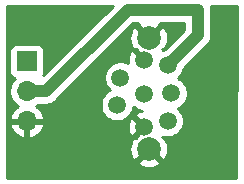
<source format=gbr>
%TF.GenerationSoftware,KiCad,Pcbnew,(5.1.9)-1*%
%TF.CreationDate,2021-04-04T18:40:27-05:00*%
%TF.ProjectId,S-video pcb breakout vertical,532d7669-6465-46f2-9070-636220627265,rev?*%
%TF.SameCoordinates,Original*%
%TF.FileFunction,Copper,L2,Bot*%
%TF.FilePolarity,Positive*%
%FSLAX46Y46*%
G04 Gerber Fmt 4.6, Leading zero omitted, Abs format (unit mm)*
G04 Created by KiCad (PCBNEW (5.1.9)-1) date 2021-04-04 18:40:27*
%MOMM*%
%LPD*%
G01*
G04 APERTURE LIST*
%TA.AperFunction,ComponentPad*%
%ADD10C,2.000000*%
%TD*%
%TA.AperFunction,ComponentPad*%
%ADD11C,1.500000*%
%TD*%
%TA.AperFunction,ComponentPad*%
%ADD12O,1.700000X1.700000*%
%TD*%
%TA.AperFunction,ComponentPad*%
%ADD13R,1.700000X1.700000*%
%TD*%
%TA.AperFunction,Conductor*%
%ADD14C,1.000000*%
%TD*%
%TA.AperFunction,Conductor*%
%ADD15C,0.254000*%
%TD*%
%TA.AperFunction,Conductor*%
%ADD16C,0.100000*%
%TD*%
G04 APERTURE END LIST*
D10*
%TO.P,J1,MH2*%
%TO.N,/GND*%
X158820000Y-100800000D03*
%TO.P,J1,MH1*%
X158820000Y-110200000D03*
D11*
%TO.P,J1,8*%
%TO.N,/CHROMA*%
X160420000Y-103150000D03*
%TO.P,J1,7*%
%TO.N,Net-(J1-Pad7)*%
X160720000Y-105500000D03*
%TO.P,J1,6*%
%TO.N,/LUMA*%
X160420000Y-107850000D03*
%TO.P,J1,5*%
%TO.N,/GND*%
X158420000Y-102650000D03*
%TO.P,J1,4*%
%TO.N,Net-(J1-Pad4)*%
X158420000Y-105600000D03*
%TO.P,J1,3*%
%TO.N,/GND*%
X158420000Y-108350000D03*
%TO.P,J1,2*%
%TO.N,Net-(J1-Pad2)*%
X156420000Y-104200000D03*
%TO.P,J1,1*%
%TO.N,Net-(J1-Pad1)*%
X156120000Y-106500000D03*
%TD*%
D12*
%TO.P,J2,3*%
%TO.N,/GND*%
X148500000Y-107880000D03*
%TO.P,J2,2*%
%TO.N,/CHROMA*%
X148500000Y-105340000D03*
D13*
%TO.P,J2,1*%
%TO.N,/LUMA*%
X148500000Y-102800000D03*
%TD*%
D14*
%TO.N,/CHROMA*%
X162960000Y-98430000D02*
X162960000Y-100610000D01*
X157040000Y-98430000D02*
X162960000Y-98430000D01*
X150130000Y-105340000D02*
X157040000Y-98430000D01*
X162960000Y-100610000D02*
X160420000Y-103150000D01*
X148500000Y-105340000D02*
X150130000Y-105340000D01*
%TD*%
D15*
%TO.N,/GND*%
X149903690Y-103961179D02*
X149939502Y-103894180D01*
X149975812Y-103774482D01*
X149988072Y-103650000D01*
X149988072Y-101950000D01*
X149975812Y-101825518D01*
X149939502Y-101705820D01*
X149880537Y-101595506D01*
X149801185Y-101498815D01*
X149704494Y-101419463D01*
X149594180Y-101360498D01*
X149474482Y-101324188D01*
X149350000Y-101311928D01*
X147650000Y-101311928D01*
X147525518Y-101324188D01*
X147405820Y-101360498D01*
X147295506Y-101419463D01*
X147198815Y-101498815D01*
X147119463Y-101595506D01*
X147060498Y-101705820D01*
X147024188Y-101825518D01*
X147011928Y-101950000D01*
X147011928Y-103650000D01*
X147024188Y-103774482D01*
X147060498Y-103894180D01*
X147119463Y-104004494D01*
X147198815Y-104101185D01*
X147295506Y-104180537D01*
X147405820Y-104239502D01*
X147478380Y-104261513D01*
X147346525Y-104393368D01*
X147184010Y-104636589D01*
X147072068Y-104906842D01*
X147015000Y-105193740D01*
X147015000Y-105486260D01*
X147072068Y-105773158D01*
X147184010Y-106043411D01*
X147346525Y-106286632D01*
X147553368Y-106493475D01*
X147735534Y-106615195D01*
X147618645Y-106684822D01*
X147402412Y-106879731D01*
X147228359Y-107113080D01*
X147103175Y-107375901D01*
X147058524Y-107523110D01*
X147179845Y-107753000D01*
X148373000Y-107753000D01*
X148373000Y-107733000D01*
X148627000Y-107733000D01*
X148627000Y-107753000D01*
X149820155Y-107753000D01*
X149941476Y-107523110D01*
X149896825Y-107375901D01*
X149771641Y-107113080D01*
X149597588Y-106879731D01*
X149381355Y-106684822D01*
X149264466Y-106615195D01*
X149446632Y-106493475D01*
X149465107Y-106475000D01*
X150074249Y-106475000D01*
X150130000Y-106480491D01*
X150185751Y-106475000D01*
X150185752Y-106475000D01*
X150352499Y-106458577D01*
X150566447Y-106393676D01*
X150763623Y-106288284D01*
X150936449Y-106146449D01*
X150971996Y-106103135D01*
X157510133Y-99565000D01*
X157900262Y-99565000D01*
X157864192Y-99664587D01*
X158820000Y-100620395D01*
X159775808Y-99664587D01*
X159739738Y-99565000D01*
X161825001Y-99565000D01*
X161825001Y-100139867D01*
X160179081Y-101785788D01*
X160017531Y-101817923D01*
X159955415Y-101755807D01*
X160219814Y-101660044D01*
X160360704Y-101370429D01*
X160442384Y-101058892D01*
X160461718Y-100737405D01*
X160417961Y-100418325D01*
X160312795Y-100113912D01*
X160219814Y-99939956D01*
X159955413Y-99844192D01*
X158999605Y-100800000D01*
X159013748Y-100814143D01*
X158834143Y-100993748D01*
X158820000Y-100979605D01*
X158530961Y-101268644D01*
X158347508Y-101260188D01*
X158150352Y-101290043D01*
X158640395Y-100800000D01*
X157684587Y-99844192D01*
X157420186Y-99939956D01*
X157279296Y-100229571D01*
X157197616Y-100541108D01*
X157178282Y-100862595D01*
X157222039Y-101181675D01*
X157327205Y-101486088D01*
X157420186Y-101660044D01*
X157684587Y-101755808D01*
X157695000Y-101745395D01*
X157874605Y-101925000D01*
X157864192Y-101935413D01*
X157959956Y-102199814D01*
X158249571Y-102340704D01*
X158304785Y-102355180D01*
X158420000Y-102470395D01*
X158434143Y-102456253D01*
X158613748Y-102635858D01*
X158599605Y-102650000D01*
X158613748Y-102664143D01*
X158434143Y-102843748D01*
X158420000Y-102829605D01*
X158405858Y-102843748D01*
X158226253Y-102664143D01*
X158240395Y-102650000D01*
X157463007Y-101872612D01*
X157224140Y-101938137D01*
X157108240Y-102185116D01*
X157042750Y-102449960D01*
X157030188Y-102722492D01*
X157067532Y-102969104D01*
X156823989Y-102868225D01*
X156556411Y-102815000D01*
X156283589Y-102815000D01*
X156016011Y-102868225D01*
X155763957Y-102972629D01*
X155537114Y-103124201D01*
X155344201Y-103317114D01*
X155192629Y-103543957D01*
X155088225Y-103796011D01*
X155035000Y-104063589D01*
X155035000Y-104336411D01*
X155088225Y-104603989D01*
X155192629Y-104856043D01*
X155344201Y-105082886D01*
X155513445Y-105252130D01*
X155463957Y-105272629D01*
X155237114Y-105424201D01*
X155044201Y-105617114D01*
X154892629Y-105843957D01*
X154788225Y-106096011D01*
X154735000Y-106363589D01*
X154735000Y-106636411D01*
X154788225Y-106903989D01*
X154892629Y-107156043D01*
X155044201Y-107382886D01*
X155237114Y-107575799D01*
X155463957Y-107727371D01*
X155716011Y-107831775D01*
X155983589Y-107885000D01*
X156256411Y-107885000D01*
X156523989Y-107831775D01*
X156776043Y-107727371D01*
X157002886Y-107575799D01*
X157195799Y-107382886D01*
X157347371Y-107156043D01*
X157451775Y-106903989D01*
X157503793Y-106642478D01*
X157537114Y-106675799D01*
X157763957Y-106827371D01*
X158016011Y-106931775D01*
X158240394Y-106976408D01*
X158077762Y-107001035D01*
X157821168Y-107093723D01*
X157708137Y-107154140D01*
X157642612Y-107393007D01*
X158420000Y-108170395D01*
X158434143Y-108156253D01*
X158613748Y-108335858D01*
X158599605Y-108350000D01*
X158613748Y-108364143D01*
X158434143Y-108543748D01*
X158420000Y-108529605D01*
X158299662Y-108649943D01*
X158133912Y-108707205D01*
X157959956Y-108800186D01*
X157864192Y-109064587D01*
X157874605Y-109075000D01*
X157695000Y-109254605D01*
X157684587Y-109244192D01*
X157420186Y-109339956D01*
X157279296Y-109629571D01*
X157197616Y-109941108D01*
X157178282Y-110262595D01*
X157222039Y-110581675D01*
X157327205Y-110886088D01*
X157420186Y-111060044D01*
X157684587Y-111155808D01*
X158640395Y-110200000D01*
X158150459Y-109710064D01*
X158219960Y-109727250D01*
X158492492Y-109739812D01*
X158533246Y-109733641D01*
X158820000Y-110020395D01*
X158834143Y-110006253D01*
X159013748Y-110185858D01*
X158999605Y-110200000D01*
X159955413Y-111155808D01*
X160219814Y-111060044D01*
X160360704Y-110770429D01*
X160442384Y-110458892D01*
X160461718Y-110137405D01*
X160417961Y-109818325D01*
X160312795Y-109513912D01*
X160219814Y-109339956D01*
X159955415Y-109244193D01*
X160017531Y-109182077D01*
X160283589Y-109235000D01*
X160556411Y-109235000D01*
X160823989Y-109181775D01*
X161076043Y-109077371D01*
X161302886Y-108925799D01*
X161495799Y-108732886D01*
X161647371Y-108506043D01*
X161751775Y-108253989D01*
X161805000Y-107986411D01*
X161805000Y-107713589D01*
X161751775Y-107446011D01*
X161647371Y-107193957D01*
X161495799Y-106967114D01*
X161302886Y-106774201D01*
X161287617Y-106763998D01*
X161376043Y-106727371D01*
X161602886Y-106575799D01*
X161795799Y-106382886D01*
X161947371Y-106156043D01*
X162051775Y-105903989D01*
X162105000Y-105636411D01*
X162105000Y-105363589D01*
X162051775Y-105096011D01*
X161947371Y-104843957D01*
X161795799Y-104617114D01*
X161602886Y-104424201D01*
X161376043Y-104272629D01*
X161287617Y-104236002D01*
X161302886Y-104225799D01*
X161495799Y-104032886D01*
X161647371Y-103806043D01*
X161751775Y-103553989D01*
X161784212Y-103390919D01*
X163723141Y-101451991D01*
X163766449Y-101416449D01*
X163908284Y-101243623D01*
X164013676Y-101046447D01*
X164078577Y-100832499D01*
X164095000Y-100665752D01*
X164095000Y-100665743D01*
X164100490Y-100610001D01*
X164095000Y-100554259D01*
X164095000Y-98485752D01*
X164100491Y-98430000D01*
X164078577Y-98207501D01*
X164049000Y-98110000D01*
X166249590Y-98110000D01*
X166240511Y-112690000D01*
X146840000Y-112690000D01*
X146840000Y-111335413D01*
X157864192Y-111335413D01*
X157959956Y-111599814D01*
X158249571Y-111740704D01*
X158561108Y-111822384D01*
X158882595Y-111841718D01*
X159201675Y-111797961D01*
X159506088Y-111692795D01*
X159680044Y-111599814D01*
X159775808Y-111335413D01*
X158820000Y-110379605D01*
X157864192Y-111335413D01*
X146840000Y-111335413D01*
X146840000Y-108236890D01*
X147058524Y-108236890D01*
X147103175Y-108384099D01*
X147228359Y-108646920D01*
X147402412Y-108880269D01*
X147618645Y-109075178D01*
X147868748Y-109224157D01*
X148143109Y-109321481D01*
X148373000Y-109200814D01*
X148373000Y-108007000D01*
X148627000Y-108007000D01*
X148627000Y-109200814D01*
X148856891Y-109321481D01*
X149131252Y-109224157D01*
X149381355Y-109075178D01*
X149597588Y-108880269D01*
X149771641Y-108646920D01*
X149878538Y-108422492D01*
X157030188Y-108422492D01*
X157071035Y-108692238D01*
X157163723Y-108948832D01*
X157224140Y-109061863D01*
X157463007Y-109127388D01*
X158240395Y-108350000D01*
X157463007Y-107572612D01*
X157224140Y-107638137D01*
X157108240Y-107885116D01*
X157042750Y-108149960D01*
X157030188Y-108422492D01*
X149878538Y-108422492D01*
X149896825Y-108384099D01*
X149941476Y-108236890D01*
X149820155Y-108007000D01*
X148627000Y-108007000D01*
X148373000Y-108007000D01*
X147179845Y-108007000D01*
X147058524Y-108236890D01*
X146840000Y-108236890D01*
X146840000Y-98110000D01*
X155754867Y-98110000D01*
X149903690Y-103961179D01*
%TA.AperFunction,Conductor*%
D16*
G36*
X149903690Y-103961179D02*
G01*
X149939502Y-103894180D01*
X149975812Y-103774482D01*
X149988072Y-103650000D01*
X149988072Y-101950000D01*
X149975812Y-101825518D01*
X149939502Y-101705820D01*
X149880537Y-101595506D01*
X149801185Y-101498815D01*
X149704494Y-101419463D01*
X149594180Y-101360498D01*
X149474482Y-101324188D01*
X149350000Y-101311928D01*
X147650000Y-101311928D01*
X147525518Y-101324188D01*
X147405820Y-101360498D01*
X147295506Y-101419463D01*
X147198815Y-101498815D01*
X147119463Y-101595506D01*
X147060498Y-101705820D01*
X147024188Y-101825518D01*
X147011928Y-101950000D01*
X147011928Y-103650000D01*
X147024188Y-103774482D01*
X147060498Y-103894180D01*
X147119463Y-104004494D01*
X147198815Y-104101185D01*
X147295506Y-104180537D01*
X147405820Y-104239502D01*
X147478380Y-104261513D01*
X147346525Y-104393368D01*
X147184010Y-104636589D01*
X147072068Y-104906842D01*
X147015000Y-105193740D01*
X147015000Y-105486260D01*
X147072068Y-105773158D01*
X147184010Y-106043411D01*
X147346525Y-106286632D01*
X147553368Y-106493475D01*
X147735534Y-106615195D01*
X147618645Y-106684822D01*
X147402412Y-106879731D01*
X147228359Y-107113080D01*
X147103175Y-107375901D01*
X147058524Y-107523110D01*
X147179845Y-107753000D01*
X148373000Y-107753000D01*
X148373000Y-107733000D01*
X148627000Y-107733000D01*
X148627000Y-107753000D01*
X149820155Y-107753000D01*
X149941476Y-107523110D01*
X149896825Y-107375901D01*
X149771641Y-107113080D01*
X149597588Y-106879731D01*
X149381355Y-106684822D01*
X149264466Y-106615195D01*
X149446632Y-106493475D01*
X149465107Y-106475000D01*
X150074249Y-106475000D01*
X150130000Y-106480491D01*
X150185751Y-106475000D01*
X150185752Y-106475000D01*
X150352499Y-106458577D01*
X150566447Y-106393676D01*
X150763623Y-106288284D01*
X150936449Y-106146449D01*
X150971996Y-106103135D01*
X157510133Y-99565000D01*
X157900262Y-99565000D01*
X157864192Y-99664587D01*
X158820000Y-100620395D01*
X159775808Y-99664587D01*
X159739738Y-99565000D01*
X161825001Y-99565000D01*
X161825001Y-100139867D01*
X160179081Y-101785788D01*
X160017531Y-101817923D01*
X159955415Y-101755807D01*
X160219814Y-101660044D01*
X160360704Y-101370429D01*
X160442384Y-101058892D01*
X160461718Y-100737405D01*
X160417961Y-100418325D01*
X160312795Y-100113912D01*
X160219814Y-99939956D01*
X159955413Y-99844192D01*
X158999605Y-100800000D01*
X159013748Y-100814143D01*
X158834143Y-100993748D01*
X158820000Y-100979605D01*
X158530961Y-101268644D01*
X158347508Y-101260188D01*
X158150352Y-101290043D01*
X158640395Y-100800000D01*
X157684587Y-99844192D01*
X157420186Y-99939956D01*
X157279296Y-100229571D01*
X157197616Y-100541108D01*
X157178282Y-100862595D01*
X157222039Y-101181675D01*
X157327205Y-101486088D01*
X157420186Y-101660044D01*
X157684587Y-101755808D01*
X157695000Y-101745395D01*
X157874605Y-101925000D01*
X157864192Y-101935413D01*
X157959956Y-102199814D01*
X158249571Y-102340704D01*
X158304785Y-102355180D01*
X158420000Y-102470395D01*
X158434143Y-102456253D01*
X158613748Y-102635858D01*
X158599605Y-102650000D01*
X158613748Y-102664143D01*
X158434143Y-102843748D01*
X158420000Y-102829605D01*
X158405858Y-102843748D01*
X158226253Y-102664143D01*
X158240395Y-102650000D01*
X157463007Y-101872612D01*
X157224140Y-101938137D01*
X157108240Y-102185116D01*
X157042750Y-102449960D01*
X157030188Y-102722492D01*
X157067532Y-102969104D01*
X156823989Y-102868225D01*
X156556411Y-102815000D01*
X156283589Y-102815000D01*
X156016011Y-102868225D01*
X155763957Y-102972629D01*
X155537114Y-103124201D01*
X155344201Y-103317114D01*
X155192629Y-103543957D01*
X155088225Y-103796011D01*
X155035000Y-104063589D01*
X155035000Y-104336411D01*
X155088225Y-104603989D01*
X155192629Y-104856043D01*
X155344201Y-105082886D01*
X155513445Y-105252130D01*
X155463957Y-105272629D01*
X155237114Y-105424201D01*
X155044201Y-105617114D01*
X154892629Y-105843957D01*
X154788225Y-106096011D01*
X154735000Y-106363589D01*
X154735000Y-106636411D01*
X154788225Y-106903989D01*
X154892629Y-107156043D01*
X155044201Y-107382886D01*
X155237114Y-107575799D01*
X155463957Y-107727371D01*
X155716011Y-107831775D01*
X155983589Y-107885000D01*
X156256411Y-107885000D01*
X156523989Y-107831775D01*
X156776043Y-107727371D01*
X157002886Y-107575799D01*
X157195799Y-107382886D01*
X157347371Y-107156043D01*
X157451775Y-106903989D01*
X157503793Y-106642478D01*
X157537114Y-106675799D01*
X157763957Y-106827371D01*
X158016011Y-106931775D01*
X158240394Y-106976408D01*
X158077762Y-107001035D01*
X157821168Y-107093723D01*
X157708137Y-107154140D01*
X157642612Y-107393007D01*
X158420000Y-108170395D01*
X158434143Y-108156253D01*
X158613748Y-108335858D01*
X158599605Y-108350000D01*
X158613748Y-108364143D01*
X158434143Y-108543748D01*
X158420000Y-108529605D01*
X158299662Y-108649943D01*
X158133912Y-108707205D01*
X157959956Y-108800186D01*
X157864192Y-109064587D01*
X157874605Y-109075000D01*
X157695000Y-109254605D01*
X157684587Y-109244192D01*
X157420186Y-109339956D01*
X157279296Y-109629571D01*
X157197616Y-109941108D01*
X157178282Y-110262595D01*
X157222039Y-110581675D01*
X157327205Y-110886088D01*
X157420186Y-111060044D01*
X157684587Y-111155808D01*
X158640395Y-110200000D01*
X158150459Y-109710064D01*
X158219960Y-109727250D01*
X158492492Y-109739812D01*
X158533246Y-109733641D01*
X158820000Y-110020395D01*
X158834143Y-110006253D01*
X159013748Y-110185858D01*
X158999605Y-110200000D01*
X159955413Y-111155808D01*
X160219814Y-111060044D01*
X160360704Y-110770429D01*
X160442384Y-110458892D01*
X160461718Y-110137405D01*
X160417961Y-109818325D01*
X160312795Y-109513912D01*
X160219814Y-109339956D01*
X159955415Y-109244193D01*
X160017531Y-109182077D01*
X160283589Y-109235000D01*
X160556411Y-109235000D01*
X160823989Y-109181775D01*
X161076043Y-109077371D01*
X161302886Y-108925799D01*
X161495799Y-108732886D01*
X161647371Y-108506043D01*
X161751775Y-108253989D01*
X161805000Y-107986411D01*
X161805000Y-107713589D01*
X161751775Y-107446011D01*
X161647371Y-107193957D01*
X161495799Y-106967114D01*
X161302886Y-106774201D01*
X161287617Y-106763998D01*
X161376043Y-106727371D01*
X161602886Y-106575799D01*
X161795799Y-106382886D01*
X161947371Y-106156043D01*
X162051775Y-105903989D01*
X162105000Y-105636411D01*
X162105000Y-105363589D01*
X162051775Y-105096011D01*
X161947371Y-104843957D01*
X161795799Y-104617114D01*
X161602886Y-104424201D01*
X161376043Y-104272629D01*
X161287617Y-104236002D01*
X161302886Y-104225799D01*
X161495799Y-104032886D01*
X161647371Y-103806043D01*
X161751775Y-103553989D01*
X161784212Y-103390919D01*
X163723141Y-101451991D01*
X163766449Y-101416449D01*
X163908284Y-101243623D01*
X164013676Y-101046447D01*
X164078577Y-100832499D01*
X164095000Y-100665752D01*
X164095000Y-100665743D01*
X164100490Y-100610001D01*
X164095000Y-100554259D01*
X164095000Y-98485752D01*
X164100491Y-98430000D01*
X164078577Y-98207501D01*
X164049000Y-98110000D01*
X166249590Y-98110000D01*
X166240511Y-112690000D01*
X146840000Y-112690000D01*
X146840000Y-111335413D01*
X157864192Y-111335413D01*
X157959956Y-111599814D01*
X158249571Y-111740704D01*
X158561108Y-111822384D01*
X158882595Y-111841718D01*
X159201675Y-111797961D01*
X159506088Y-111692795D01*
X159680044Y-111599814D01*
X159775808Y-111335413D01*
X158820000Y-110379605D01*
X157864192Y-111335413D01*
X146840000Y-111335413D01*
X146840000Y-108236890D01*
X147058524Y-108236890D01*
X147103175Y-108384099D01*
X147228359Y-108646920D01*
X147402412Y-108880269D01*
X147618645Y-109075178D01*
X147868748Y-109224157D01*
X148143109Y-109321481D01*
X148373000Y-109200814D01*
X148373000Y-108007000D01*
X148627000Y-108007000D01*
X148627000Y-109200814D01*
X148856891Y-109321481D01*
X149131252Y-109224157D01*
X149381355Y-109075178D01*
X149597588Y-108880269D01*
X149771641Y-108646920D01*
X149878538Y-108422492D01*
X157030188Y-108422492D01*
X157071035Y-108692238D01*
X157163723Y-108948832D01*
X157224140Y-109061863D01*
X157463007Y-109127388D01*
X158240395Y-108350000D01*
X157463007Y-107572612D01*
X157224140Y-107638137D01*
X157108240Y-107885116D01*
X157042750Y-108149960D01*
X157030188Y-108422492D01*
X149878538Y-108422492D01*
X149896825Y-108384099D01*
X149941476Y-108236890D01*
X149820155Y-108007000D01*
X148627000Y-108007000D01*
X148373000Y-108007000D01*
X147179845Y-108007000D01*
X147058524Y-108236890D01*
X146840000Y-108236890D01*
X146840000Y-98110000D01*
X155754867Y-98110000D01*
X149903690Y-103961179D01*
G37*
%TD.AperFunction*%
%TD*%
M02*

</source>
